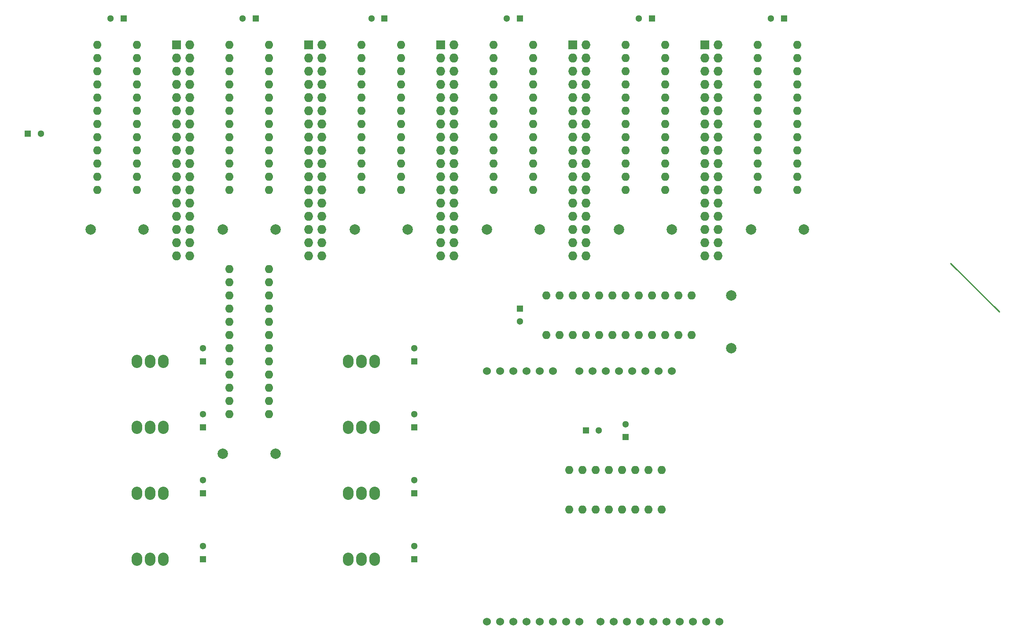
<source format=gbr>
G04 #@! TF.FileFunction,Copper,L2,Bot,Signal*
%FSLAX46Y46*%
G04 Gerber Fmt 4.6, Leading zero omitted, Abs format (unit mm)*
G04 Created by KiCad (PCBNEW 4.0.2-stable) date 4/12/2016 1:25:12 PM*
%MOMM*%
G01*
G04 APERTURE LIST*
%ADD10C,0.100000*%
%ADD11R,1.300000X1.300000*%
%ADD12C,1.300000*%
%ADD13O,2.032000X2.540000*%
%ADD14C,1.998980*%
%ADD15O,1.600000X1.600000*%
%ADD16C,1.524000*%
%ADD17O,1.727200X1.727200*%
%ADD18R,1.727200X1.727200*%
%ADD19C,0.250000*%
G04 APERTURE END LIST*
D10*
D11*
X142240000Y-109220000D03*
D12*
X142240000Y-106720000D03*
D11*
X182880000Y-147320000D03*
D12*
X182880000Y-144820000D03*
D11*
X182880000Y-134620000D03*
D12*
X182880000Y-132120000D03*
D11*
X177165000Y-43180000D03*
D12*
X174665000Y-43180000D03*
D11*
X142240000Y-121920000D03*
D12*
X142240000Y-119420000D03*
D11*
X142240000Y-134620000D03*
D12*
X142240000Y-132120000D03*
D11*
X182880000Y-121920000D03*
D12*
X182880000Y-119420000D03*
D11*
X182880000Y-109220000D03*
D12*
X182880000Y-106720000D03*
D13*
X172720000Y-121920000D03*
X175260000Y-121920000D03*
X170180000Y-121920000D03*
X172720000Y-147320000D03*
X175260000Y-147320000D03*
X170180000Y-147320000D03*
X132080000Y-121920000D03*
X134620000Y-121920000D03*
X129540000Y-121920000D03*
X132080000Y-147320000D03*
X134620000Y-147320000D03*
X129540000Y-147320000D03*
X172720000Y-109220000D03*
X175260000Y-109220000D03*
X170180000Y-109220000D03*
X172720000Y-134620000D03*
X175260000Y-134620000D03*
X170180000Y-134620000D03*
X132080000Y-109220000D03*
X134620000Y-109220000D03*
X129540000Y-109220000D03*
X132080000Y-134620000D03*
X134620000Y-134620000D03*
X129540000Y-134620000D03*
D14*
X130810000Y-83820000D03*
X120650000Y-83820000D03*
X156210000Y-83820000D03*
X146050000Y-83820000D03*
X207010000Y-83820000D03*
X196850000Y-83820000D03*
X243840000Y-96520000D03*
X243840000Y-106680000D03*
X232410000Y-83820000D03*
X222250000Y-83820000D03*
X257810000Y-83820000D03*
X247650000Y-83820000D03*
X156210000Y-127000000D03*
X146050000Y-127000000D03*
X181610000Y-83820000D03*
X171450000Y-83820000D03*
D15*
X212725000Y-137795000D03*
X215265000Y-137795000D03*
X217805000Y-137795000D03*
X220345000Y-137795000D03*
X222885000Y-137795000D03*
X225425000Y-137795000D03*
X227965000Y-137795000D03*
X230505000Y-137795000D03*
X230505000Y-130175000D03*
X227965000Y-130175000D03*
X225425000Y-130175000D03*
X222885000Y-130175000D03*
X220345000Y-130175000D03*
X217805000Y-130175000D03*
X215265000Y-130175000D03*
X212725000Y-130175000D03*
X147320000Y-48260000D03*
X147320000Y-50800000D03*
X147320000Y-53340000D03*
X147320000Y-55880000D03*
X147320000Y-58420000D03*
X147320000Y-60960000D03*
X147320000Y-63500000D03*
X147320000Y-66040000D03*
X147320000Y-68580000D03*
X147320000Y-71120000D03*
X147320000Y-73660000D03*
X147320000Y-76200000D03*
X154940000Y-76200000D03*
X154940000Y-73660000D03*
X154940000Y-71120000D03*
X154940000Y-68580000D03*
X154940000Y-66040000D03*
X154940000Y-63500000D03*
X154940000Y-60960000D03*
X154940000Y-58420000D03*
X154940000Y-55880000D03*
X154940000Y-53340000D03*
X154940000Y-50800000D03*
X154940000Y-48260000D03*
X198120000Y-48260000D03*
X198120000Y-50800000D03*
X198120000Y-53340000D03*
X198120000Y-55880000D03*
X198120000Y-58420000D03*
X198120000Y-60960000D03*
X198120000Y-63500000D03*
X198120000Y-66040000D03*
X198120000Y-68580000D03*
X198120000Y-71120000D03*
X198120000Y-73660000D03*
X198120000Y-76200000D03*
X205740000Y-76200000D03*
X205740000Y-73660000D03*
X205740000Y-71120000D03*
X205740000Y-68580000D03*
X205740000Y-66040000D03*
X205740000Y-63500000D03*
X205740000Y-60960000D03*
X205740000Y-58420000D03*
X205740000Y-55880000D03*
X205740000Y-53340000D03*
X205740000Y-50800000D03*
X205740000Y-48260000D03*
X208280000Y-104140000D03*
X210820000Y-104140000D03*
X213360000Y-104140000D03*
X215900000Y-104140000D03*
X218440000Y-104140000D03*
X220980000Y-104140000D03*
X223520000Y-104140000D03*
X226060000Y-104140000D03*
X228600000Y-104140000D03*
X231140000Y-104140000D03*
X233680000Y-104140000D03*
X236220000Y-104140000D03*
X236220000Y-96520000D03*
X233680000Y-96520000D03*
X231140000Y-96520000D03*
X228600000Y-96520000D03*
X226060000Y-96520000D03*
X223520000Y-96520000D03*
X220980000Y-96520000D03*
X218440000Y-96520000D03*
X215900000Y-96520000D03*
X213360000Y-96520000D03*
X210820000Y-96520000D03*
X208280000Y-96520000D03*
X223520000Y-48260000D03*
X223520000Y-50800000D03*
X223520000Y-53340000D03*
X223520000Y-55880000D03*
X223520000Y-58420000D03*
X223520000Y-60960000D03*
X223520000Y-63500000D03*
X223520000Y-66040000D03*
X223520000Y-68580000D03*
X223520000Y-71120000D03*
X223520000Y-73660000D03*
X223520000Y-76200000D03*
X231140000Y-76200000D03*
X231140000Y-73660000D03*
X231140000Y-71120000D03*
X231140000Y-68580000D03*
X231140000Y-66040000D03*
X231140000Y-63500000D03*
X231140000Y-60960000D03*
X231140000Y-58420000D03*
X231140000Y-55880000D03*
X231140000Y-53340000D03*
X231140000Y-50800000D03*
X231140000Y-48260000D03*
X248920000Y-48260000D03*
X248920000Y-50800000D03*
X248920000Y-53340000D03*
X248920000Y-55880000D03*
X248920000Y-58420000D03*
X248920000Y-60960000D03*
X248920000Y-63500000D03*
X248920000Y-66040000D03*
X248920000Y-68580000D03*
X248920000Y-71120000D03*
X248920000Y-73660000D03*
X248920000Y-76200000D03*
X256540000Y-76200000D03*
X256540000Y-73660000D03*
X256540000Y-71120000D03*
X256540000Y-68580000D03*
X256540000Y-66040000D03*
X256540000Y-63500000D03*
X256540000Y-60960000D03*
X256540000Y-58420000D03*
X256540000Y-55880000D03*
X256540000Y-53340000D03*
X256540000Y-50800000D03*
X256540000Y-48260000D03*
D11*
X203200000Y-43180000D03*
D12*
X200700000Y-43180000D03*
D11*
X127000000Y-43180000D03*
D12*
X124500000Y-43180000D03*
D11*
X152400000Y-43180000D03*
D12*
X149900000Y-43180000D03*
D11*
X203200000Y-99060000D03*
D12*
X203200000Y-101560000D03*
D11*
X228600000Y-43180000D03*
D12*
X226100000Y-43180000D03*
D11*
X254000000Y-43180000D03*
D12*
X251500000Y-43180000D03*
D11*
X142240000Y-147320000D03*
D12*
X142240000Y-144820000D03*
D11*
X223520000Y-123825000D03*
D12*
X223520000Y-121325000D03*
D15*
X121920000Y-48260000D03*
X121920000Y-50800000D03*
X121920000Y-53340000D03*
X121920000Y-55880000D03*
X121920000Y-58420000D03*
X121920000Y-60960000D03*
X121920000Y-63500000D03*
X121920000Y-66040000D03*
X121920000Y-68580000D03*
X121920000Y-71120000D03*
X121920000Y-73660000D03*
X121920000Y-76200000D03*
X129540000Y-76200000D03*
X129540000Y-73660000D03*
X129540000Y-71120000D03*
X129540000Y-68580000D03*
X129540000Y-66040000D03*
X129540000Y-63500000D03*
X129540000Y-60960000D03*
X129540000Y-58420000D03*
X129540000Y-55880000D03*
X129540000Y-53340000D03*
X129540000Y-50800000D03*
X129540000Y-48260000D03*
D11*
X108585000Y-65405000D03*
D12*
X111085000Y-65405000D03*
D11*
X215900000Y-122555000D03*
D12*
X218400000Y-122555000D03*
D15*
X147320000Y-91440000D03*
X147320000Y-93980000D03*
X147320000Y-96520000D03*
X147320000Y-99060000D03*
X147320000Y-101600000D03*
X147320000Y-104140000D03*
X147320000Y-106680000D03*
X147320000Y-109220000D03*
X147320000Y-111760000D03*
X147320000Y-114300000D03*
X147320000Y-116840000D03*
X147320000Y-119380000D03*
X154940000Y-119380000D03*
X154940000Y-116840000D03*
X154940000Y-114300000D03*
X154940000Y-111760000D03*
X154940000Y-109220000D03*
X154940000Y-106680000D03*
X154940000Y-104140000D03*
X154940000Y-101600000D03*
X154940000Y-99060000D03*
X154940000Y-96520000D03*
X154940000Y-93980000D03*
X154940000Y-91440000D03*
X172720000Y-48260000D03*
X172720000Y-50800000D03*
X172720000Y-53340000D03*
X172720000Y-55880000D03*
X172720000Y-58420000D03*
X172720000Y-60960000D03*
X172720000Y-63500000D03*
X172720000Y-66040000D03*
X172720000Y-68580000D03*
X172720000Y-71120000D03*
X172720000Y-73660000D03*
X172720000Y-76200000D03*
X180340000Y-76200000D03*
X180340000Y-73660000D03*
X180340000Y-71120000D03*
X180340000Y-68580000D03*
X180340000Y-66040000D03*
X180340000Y-63500000D03*
X180340000Y-60960000D03*
X180340000Y-58420000D03*
X180340000Y-55880000D03*
X180340000Y-53340000D03*
X180340000Y-50800000D03*
X180340000Y-48260000D03*
D16*
X232410000Y-111125000D03*
X227330000Y-111125000D03*
X224790000Y-111125000D03*
X222250000Y-111125000D03*
X219710000Y-111125000D03*
X217170000Y-111125000D03*
X214630000Y-111125000D03*
X209550000Y-111125000D03*
X207010000Y-111125000D03*
X204470000Y-111125000D03*
X201930000Y-111125000D03*
X199390000Y-111125000D03*
X196850000Y-111125000D03*
X196850000Y-159385000D03*
X199390000Y-159385000D03*
X201930000Y-159385000D03*
X204470000Y-159385000D03*
X207010000Y-159385000D03*
X209550000Y-159385000D03*
X212090000Y-159385000D03*
X214630000Y-159385000D03*
X218694000Y-159385000D03*
X221234000Y-159385000D03*
X223774000Y-159385000D03*
X226314000Y-159385000D03*
X228854000Y-159385000D03*
X231394000Y-159385000D03*
X233934000Y-159385000D03*
X236474000Y-159385000D03*
X239014000Y-159385000D03*
X241554000Y-159385000D03*
X229870000Y-111125000D03*
D17*
X137160000Y-86360000D03*
X139700000Y-88900000D03*
X137160000Y-88900000D03*
D18*
X137160000Y-48260000D03*
D17*
X139700000Y-48260000D03*
X137160000Y-50800000D03*
X139700000Y-50800000D03*
X137160000Y-53340000D03*
X139700000Y-53340000D03*
X137160000Y-55880000D03*
X139700000Y-55880000D03*
X137160000Y-58420000D03*
X139700000Y-58420000D03*
X137160000Y-60960000D03*
X139700000Y-60960000D03*
X137160000Y-63500000D03*
X139700000Y-63500000D03*
X137160000Y-66040000D03*
X139700000Y-66040000D03*
X137160000Y-68580000D03*
X139700000Y-68580000D03*
X137160000Y-71120000D03*
X139700000Y-71120000D03*
X137160000Y-73660000D03*
X139700000Y-73660000D03*
X137160000Y-76200000D03*
X139700000Y-76200000D03*
X137160000Y-78740000D03*
X139700000Y-78740000D03*
X137160000Y-81280000D03*
X139700000Y-81280000D03*
X137160000Y-83820000D03*
X139700000Y-83820000D03*
X139700000Y-86360000D03*
X162560000Y-86360000D03*
X165100000Y-88900000D03*
X162560000Y-88900000D03*
D18*
X162560000Y-48260000D03*
D17*
X165100000Y-48260000D03*
X162560000Y-50800000D03*
X165100000Y-50800000D03*
X162560000Y-53340000D03*
X165100000Y-53340000D03*
X162560000Y-55880000D03*
X165100000Y-55880000D03*
X162560000Y-58420000D03*
X165100000Y-58420000D03*
X162560000Y-60960000D03*
X165100000Y-60960000D03*
X162560000Y-63500000D03*
X165100000Y-63500000D03*
X162560000Y-66040000D03*
X165100000Y-66040000D03*
X162560000Y-68580000D03*
X165100000Y-68580000D03*
X162560000Y-71120000D03*
X165100000Y-71120000D03*
X162560000Y-73660000D03*
X165100000Y-73660000D03*
X162560000Y-76200000D03*
X165100000Y-76200000D03*
X162560000Y-78740000D03*
X165100000Y-78740000D03*
X162560000Y-81280000D03*
X165100000Y-81280000D03*
X162560000Y-83820000D03*
X165100000Y-83820000D03*
X165100000Y-86360000D03*
X187960000Y-86360000D03*
X190500000Y-88900000D03*
X187960000Y-88900000D03*
D18*
X187960000Y-48260000D03*
D17*
X190500000Y-48260000D03*
X187960000Y-50800000D03*
X190500000Y-50800000D03*
X187960000Y-53340000D03*
X190500000Y-53340000D03*
X187960000Y-55880000D03*
X190500000Y-55880000D03*
X187960000Y-58420000D03*
X190500000Y-58420000D03*
X187960000Y-60960000D03*
X190500000Y-60960000D03*
X187960000Y-63500000D03*
X190500000Y-63500000D03*
X187960000Y-66040000D03*
X190500000Y-66040000D03*
X187960000Y-68580000D03*
X190500000Y-68580000D03*
X187960000Y-71120000D03*
X190500000Y-71120000D03*
X187960000Y-73660000D03*
X190500000Y-73660000D03*
X187960000Y-76200000D03*
X190500000Y-76200000D03*
X187960000Y-78740000D03*
X190500000Y-78740000D03*
X187960000Y-81280000D03*
X190500000Y-81280000D03*
X187960000Y-83820000D03*
X190500000Y-83820000D03*
X190500000Y-86360000D03*
X213360000Y-86360000D03*
X215900000Y-88900000D03*
X213360000Y-88900000D03*
D18*
X213360000Y-48260000D03*
D17*
X215900000Y-48260000D03*
X213360000Y-50800000D03*
X215900000Y-50800000D03*
X213360000Y-53340000D03*
X215900000Y-53340000D03*
X213360000Y-55880000D03*
X215900000Y-55880000D03*
X213360000Y-58420000D03*
X215900000Y-58420000D03*
X213360000Y-60960000D03*
X215900000Y-60960000D03*
X213360000Y-63500000D03*
X215900000Y-63500000D03*
X213360000Y-66040000D03*
X215900000Y-66040000D03*
X213360000Y-68580000D03*
X215900000Y-68580000D03*
X213360000Y-71120000D03*
X215900000Y-71120000D03*
X213360000Y-73660000D03*
X215900000Y-73660000D03*
X213360000Y-76200000D03*
X215900000Y-76200000D03*
X213360000Y-78740000D03*
X215900000Y-78740000D03*
X213360000Y-81280000D03*
X215900000Y-81280000D03*
X213360000Y-83820000D03*
X215900000Y-83820000D03*
X215900000Y-86360000D03*
X238760000Y-86360000D03*
X241300000Y-88900000D03*
X238760000Y-88900000D03*
D18*
X238760000Y-48260000D03*
D17*
X241300000Y-48260000D03*
X238760000Y-50800000D03*
X241300000Y-50800000D03*
X238760000Y-53340000D03*
X241300000Y-53340000D03*
X238760000Y-55880000D03*
X241300000Y-55880000D03*
X238760000Y-58420000D03*
X241300000Y-58420000D03*
X238760000Y-60960000D03*
X241300000Y-60960000D03*
X238760000Y-63500000D03*
X241300000Y-63500000D03*
X238760000Y-66040000D03*
X241300000Y-66040000D03*
X238760000Y-68580000D03*
X241300000Y-68580000D03*
X238760000Y-71120000D03*
X241300000Y-71120000D03*
X238760000Y-73660000D03*
X241300000Y-73660000D03*
X238760000Y-76200000D03*
X241300000Y-76200000D03*
X238760000Y-78740000D03*
X241300000Y-78740000D03*
X238760000Y-81280000D03*
X241300000Y-81280000D03*
X238760000Y-83820000D03*
X241300000Y-83820000D03*
X241300000Y-86360000D03*
D19*
X295420000Y-99695000D02*
X286060000Y-90335000D01*
M02*

</source>
